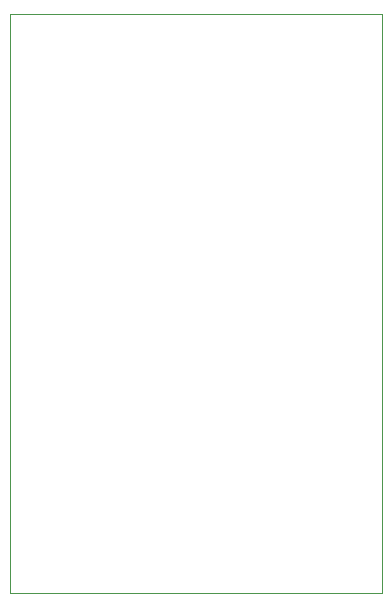
<source format=gbr>
%TF.GenerationSoftware,KiCad,Pcbnew,8.0.5*%
%TF.CreationDate,2024-09-24T01:03:51+02:00*%
%TF.ProjectId,RRF_MOT_EXP_ADAPTER,5252465f-4d4f-4545-9f45-58505f414441,rev?*%
%TF.SameCoordinates,Original*%
%TF.FileFunction,Profile,NP*%
%FSLAX46Y46*%
G04 Gerber Fmt 4.6, Leading zero omitted, Abs format (unit mm)*
G04 Created by KiCad (PCBNEW 8.0.5) date 2024-09-24 01:03:51*
%MOMM*%
%LPD*%
G01*
G04 APERTURE LIST*
%TA.AperFunction,Profile*%
%ADD10C,0.050000*%
%TD*%
G04 APERTURE END LIST*
D10*
X109250000Y-35250000D02*
X140750000Y-35250000D01*
X140750000Y-84250000D01*
X109250000Y-84250000D01*
X109250000Y-35250000D01*
M02*

</source>
